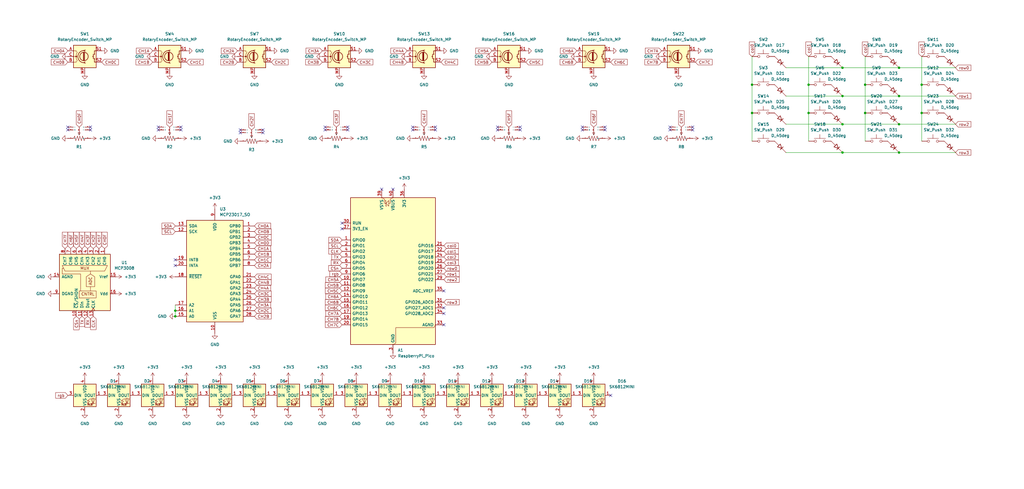
<source format=kicad_sch>
(kicad_sch (version 20250114) (generator "eeschema") (generator_version "9.0")
  (paper "User" 460 220)
  (junction (at 403.86 43.18))
  (junction (at 378.46 43.18))
  (junction (at 378.46 30.48))
  (junction (at 403.86 55.88))
  (junction (at 388.62 50.8))
  (junction (at 78.74 142.24))
  (junction (at 388.62 38.1))
  (junction (at 337.82 38.1))
  (junction (at 414.02 50.8))
  (junction (at 337.82 50.8))
  (junction (at 414.02 38.1))
  (junction (at 403.86 30.48))
  (junction (at 363.22 50.8))
  (junction (at 78.74 139.7))
  (junction (at 363.22 38.1))
  (junction (at 378.46 68.58))
  (junction (at 403.86 68.58))
  (junction (at 378.46 55.88))
  (no_connect (at 30.48 58.42))
  (no_connect (at 107.95 58.42))
  (no_connect (at 146.05 58.42))
  (no_connect (at 176.53 85.09))
  (no_connect (at 78.74 116.84))
  (no_connect (at 156.21 58.42))
  (no_connect (at 261.62 57.15))
  (no_connect (at 233.68 58.42))
  (no_connect (at 199.39 138.43))
  (no_connect (at 271.78 57.15))
  (no_connect (at 40.64 57.15))
  (no_connect (at 199.39 140.97))
  (no_connect (at 171.45 85.09))
  (no_connect (at 78.74 119.38))
  (no_connect (at 71.12 58.42))
  (no_connect (at 185.42 57.15))
  (no_connect (at 311.15 57.15))
  (no_connect (at 271.78 58.42))
  (no_connect (at 300.99 57.15))
  (no_connect (at 156.21 57.15))
  (no_connect (at 195.58 57.15))
  (no_connect (at 118.11 58.42))
  (no_connect (at 81.28 58.42))
  (no_connect (at 300.99 58.42))
  (no_connect (at 146.05 57.15))
  (no_connect (at 274.32 177.8))
  (no_connect (at 153.67 102.87))
  (no_connect (at 153.67 100.33))
  (no_connect (at 223.52 57.15))
  (no_connect (at 81.28 57.15))
  (no_connect (at 199.39 130.81))
  (no_connect (at 223.52 58.42))
  (no_connect (at 118.11 59.69))
  (no_connect (at 233.68 57.15))
  (no_connect (at 261.62 58.42))
  (no_connect (at 311.15 58.42))
  (no_connect (at 199.39 146.05))
  (no_connect (at 107.95 59.69))
  (no_connect (at 185.42 58.42))
  (no_connect (at 30.48 57.15))
  (no_connect (at 40.64 58.42))
  (no_connect (at 71.12 57.15))
  (no_connect (at 195.58 58.42))
  (wire (pts (xy 78.74 137.16) (xy 78.74 139.7)))
  (wire (pts (xy 403.86 30.48) (xy 429.26 30.48)))
  (wire (pts (xy 363.22 38.1) (xy 363.22 50.8)))
  (wire (pts (xy 403.86 55.88) (xy 429.26 55.88)))
  (wire (pts (xy 403.86 68.58) (xy 429.26 68.58)))
  (wire (pts (xy 414.02 38.1) (xy 414.02 50.8)))
  (wire (pts (xy 353.06 43.18) (xy 378.46 43.18)))
  (wire (pts (xy 363.22 25.4) (xy 363.22 38.1)))
  (wire (pts (xy 403.86 43.18) (xy 429.26 43.18)))
  (wire (pts (xy 378.46 55.88) (xy 403.86 55.88)))
  (wire (pts (xy 414.02 50.8) (xy 414.02 63.5)))
  (wire (pts (xy 337.82 38.1) (xy 337.82 50.8)))
  (wire (pts (xy 388.62 38.1) (xy 388.62 50.8)))
  (wire (pts (xy 353.06 68.58) (xy 378.46 68.58)))
  (wire (pts (xy 353.06 30.48) (xy 378.46 30.48)))
  (wire (pts (xy 378.46 68.58) (xy 403.86 68.58)))
  (wire (pts (xy 337.82 25.4) (xy 337.82 38.1)))
  (wire (pts (xy 78.74 139.7) (xy 78.74 142.24)))
  (wire (pts (xy 388.62 25.4) (xy 388.62 38.1)))
  (wire (pts (xy 378.46 30.48) (xy 403.86 30.48)))
  (wire (pts (xy 363.22 50.8) (xy 363.22 63.5)))
  (wire (pts (xy 378.46 43.18) (xy 403.86 43.18)))
  (wire (pts (xy 388.62 50.8) (xy 388.62 63.5)))
  (wire (pts (xy 353.06 55.88) (xy 378.46 55.88)))
  (wire (pts (xy 337.82 50.8) (xy 337.82 63.5)))
  (wire (pts (xy 414.02 25.4) (xy 414.02 38.1)))
  (global_label "CH3F" (shape input) (at 151.13 57.15 90) (property "Intersheetrefs" "${INTERSHEET_REFS}" (effects (hide yes))))
  (global_label "CH1A" (shape input) (at 114.3 111.76 0) (property "Intersheetrefs" "${INTERSHEET_REFS}" (effects (hide yes))))
  (global_label "CH1C" (shape input) (at 114.3 116.84 0) (property "Intersheetrefs" "${INTERSHEET_REFS}" (effects (hide yes))))
  (global_label "CH4A" (shape input) (at 114.3 129.54 0) (property "Intersheetrefs" "${INTERSHEET_REFS}" (effects (hide yes))))
  (global_label "CLK" (shape input) (at 41.91 142.24 270) (property "Intersheetrefs" "${INTERSHEET_REFS}" (effects (hide yes))))
  (global_label "CH2F" (shape input) (at 41.91 111.76 90) (property "Intersheetrefs" "${INTERSHEET_REFS}" (effects (hide yes))))
  (global_label "TX" (shape input) (at 153.67 115.57 180) (property "Intersheetrefs" "${INTERSHEET_REFS}" (effects (hide yes))))
  (global_label "CH3A" (shape input) (at 114.3 137.16 0) (property "Intersheetrefs" "${INTERSHEET_REFS}" (effects (hide yes))))
  (global_label "CH7A" (shape input) (at 297.18 22.86 180) (property "Intersheetrefs" "${INTERSHEET_REFS}" (effects (hide yes))))
  (global_label "col0" (shape input) (at 337.82 25.4 90) (property "Intersheetrefs" "${INTERSHEET_REFS}" (effects (hide yes))))
  (global_label "CH3B" (shape input) (at 114.3 134.62 0) (property "Intersheetrefs" "${INTERSHEET_REFS}" (effects (hide yes))))
  (global_label "CH0F" (shape input) (at 46.99 111.76 90) (property "Intersheetrefs" "${INTERSHEET_REFS}" (effects (hide yes))))
  (global_label "CH3F" (shape input) (at 39.37 111.76 90) (property "Intersheetrefs" "${INTERSHEET_REFS}" (effects (hide yes))))
  (global_label "CH2B" (shape input) (at 114.3 142.24 0) (property "Intersheetrefs" "${INTERSHEET_REFS}" (effects (hide yes))))
  (global_label "CH7B" (shape input) (at 297.18 27.94 180) (property "Intersheetrefs" "${INTERSHEET_REFS}" (effects (hide yes))))
  (global_label "CH6F" (shape input) (at 31.75 111.76 90) (property "Intersheetrefs" "${INTERSHEET_REFS}" (effects (hide yes))))
  (global_label "col2" (shape input) (at 388.62 25.4 90) (property "Intersheetrefs" "${INTERSHEET_REFS}" (effects (hide yes))))
  (global_label "CH4C" (shape input) (at 198.12 27.94 0) (property "Intersheetrefs" "${INTERSHEET_REFS}" (effects (hide yes))))
  (global_label "CSn" (shape input) (at 153.67 120.65 180) (property "Intersheetrefs" "${INTERSHEET_REFS}" (effects (hide yes))))
  (global_label "CH0A" (shape input) (at 114.3 101.6 0) (property "Intersheetrefs" "${INTERSHEET_REFS}" (effects (hide yes))))
  (global_label "CH0B" (shape input) (at 30.48 27.94 180) (property "Intersheetrefs" "${INTERSHEET_REFS}" (effects (hide yes))))
  (global_label "CH4F" (shape input) (at 36.83 111.76 90) (property "Intersheetrefs" "${INTERSHEET_REFS}" (effects (hide yes))))
  (global_label "CH4B" (shape input) (at 182.88 27.94 180) (property "Intersheetrefs" "${INTERSHEET_REFS}" (effects (hide yes))))
  (global_label "RX" (shape input) (at 39.37 142.24 270) (property "Intersheetrefs" "${INTERSHEET_REFS}" (effects (hide yes))))
  (global_label "row2" (shape input) (at 199.39 125.73 0) (property "Intersheetrefs" "${INTERSHEET_REFS}" (effects (hide yes))))
  (global_label "CH0C" (shape input) (at 114.3 106.68 0) (property "Intersheetrefs" "${INTERSHEET_REFS}" (effects (hide yes))))
  (global_label "CH7B" (shape input) (at 153.67 143.51 180) (property "Intersheetrefs" "${INTERSHEET_REFS}" (effects (hide yes))))
  (global_label "CH2C" (shape input) (at 121.92 27.94 0) (property "Intersheetrefs" "${INTERSHEET_REFS}" (effects (hide yes))))
  (global_label "CH3C" (shape input) (at 114.3 132.08 0) (property "Intersheetrefs" "${INTERSHEET_REFS}" (effects (hide yes))))
  (global_label "SCL" (shape input) (at 78.74 104.14 180) (property "Intersheetrefs" "${INTERSHEET_REFS}" (effects (hide yes))))
  (global_label "CH6B" (shape input) (at 259.08 27.94 180) (property "Intersheetrefs" "${INTERSHEET_REFS}" (effects (hide yes))))
  (global_label "CH1F" (shape input) (at 44.45 111.76 90) (property "Intersheetrefs" "${INTERSHEET_REFS}" (effects (hide yes))))
  (global_label "CH0D" (shape input) (at 114.3 109.22 0) (property "Intersheetrefs" "${INTERSHEET_REFS}" (effects (hide yes))))
  (global_label "CSn" (shape input) (at 34.29 142.24 270) (property "Intersheetrefs" "${INTERSHEET_REFS}" (effects (hide yes))))
  (global_label "CH2A" (shape input) (at 114.3 119.38 0) (property "Intersheetrefs" "${INTERSHEET_REFS}" (effects (hide yes))))
  (global_label "CH6C" (shape input) (at 274.32 27.94 0) (property "Intersheetrefs" "${INTERSHEET_REFS}" (effects (hide yes))))
  (global_label "CH1F" (shape input) (at 76.2 57.15 90) (property "Intersheetrefs" "${INTERSHEET_REFS}" (effects (hide yes))))
  (global_label "CH3A" (shape input) (at 144.78 22.86 180) (property "Intersheetrefs" "${INTERSHEET_REFS}" (effects (hide yes))))
  (global_label "CH6A" (shape input) (at 153.67 133.35 180) (property "Intersheetrefs" "${INTERSHEET_REFS}" (effects (hide yes))))
  (global_label "CH7C" (shape input) (at 153.67 146.05 180) (property "Intersheetrefs" "${INTERSHEET_REFS}" (effects (hide yes))))
  (global_label "CH2A" (shape input) (at 106.68 22.86 180) (property "Intersheetrefs" "${INTERSHEET_REFS}" (effects (hide yes))))
  (global_label "col0" (shape input) (at 199.39 110.49 0) (property "Intersheetrefs" "${INTERSHEET_REFS}" (effects (hide yes))))
  (global_label "CLK" (shape input) (at 153.67 113.03 180) (property "Intersheetrefs" "${INTERSHEET_REFS}" (effects (hide yes))))
  (global_label "CH0F" (shape input) (at 35.56 57.15 90) (property "Intersheetrefs" "${INTERSHEET_REFS}" (effects (hide yes))))
  (global_label "rgb" (shape input) (at 30.48 177.8 180) (property "Intersheetrefs" "${INTERSHEET_REFS}" (effects (hide yes))))
  (global_label "CH4C" (shape input) (at 114.3 124.46 0) (property "Intersheetrefs" "${INTERSHEET_REFS}" (effects (hide yes))))
  (global_label "col1" (shape input) (at 199.39 113.03 0) (property "Intersheetrefs" "${INTERSHEET_REFS}" (effects (hide yes))))
  (global_label "CH5B" (shape input) (at 220.98 27.94 180) (property "Intersheetrefs" "${INTERSHEET_REFS}" (effects (hide yes))))
  (global_label "CH2B" (shape input) (at 106.68 27.94 180) (property "Intersheetrefs" "${INTERSHEET_REFS}" (effects (hide yes))))
  (global_label "CH2C" (shape input) (at 114.3 139.7 0) (property "Intersheetrefs" "${INTERSHEET_REFS}" (effects (hide yes))))
  (global_label "CH5F" (shape input) (at 34.29 111.76 90) (property "Intersheetrefs" "${INTERSHEET_REFS}" (effects (hide yes))))
  (global_label "CH5C" (shape input) (at 236.22 27.94 0) (property "Intersheetrefs" "${INTERSHEET_REFS}" (effects (hide yes))))
  (global_label "RX" (shape input) (at 153.67 118.11 180) (property "Intersheetrefs" "${INTERSHEET_REFS}" (effects (hide yes))))
  (global_label "CH7F" (shape input) (at 306.07 57.15 90) (property "Intersheetrefs" "${INTERSHEET_REFS}" (effects (hide yes))))
  (global_label "CH5B" (shape input) (at 153.67 128.27 180) (property "Intersheetrefs" "${INTERSHEET_REFS}" (effects (hide yes))))
  (global_label "row3" (shape input) (at 199.39 135.89 0) (property "Intersheetrefs" "${INTERSHEET_REFS}" (effects (hide yes))))
  (global_label "SDA" (shape input) (at 153.67 107.95 180) (property "Intersheetrefs" "${INTERSHEET_REFS}" (effects (hide yes))))
  (global_label "CH3B" (shape input) (at 144.78 27.94 180) (property "Intersheetrefs" "${INTERSHEET_REFS}" (effects (hide yes))))
  (global_label "CH1A" (shape input) (at 68.58 22.86 180) (property "Intersheetrefs" "${INTERSHEET_REFS}" (effects (hide yes))))
  (global_label "CH6F" (shape input) (at 266.7 57.15 90) (property "Intersheetrefs" "${INTERSHEET_REFS}" (effects (hide yes))))
  (global_label "CH7A" (shape input) (at 153.67 140.97 180) (property "Intersheetrefs" "${INTERSHEET_REFS}" (effects (hide yes))))
  (global_label "CH5C" (shape input) (at 153.67 130.81 180) (property "Intersheetrefs" "${INTERSHEET_REFS}" (effects (hide yes))))
  (global_label "col3" (shape input) (at 414.02 25.4 90) (property "Intersheetrefs" "${INTERSHEET_REFS}" (effects (hide yes))))
  (global_label "col3" (shape input) (at 199.39 118.11 0) (property "Intersheetrefs" "${INTERSHEET_REFS}" (effects (hide yes))))
  (global_label "CH7F" (shape input) (at 29.21 111.76 90) (property "Intersheetrefs" "${INTERSHEET_REFS}" (effects (hide yes))))
  (global_label "CH1B" (shape input) (at 114.3 114.3 0) (property "Intersheetrefs" "${INTERSHEET_REFS}" (effects (hide yes))))
  (global_label "CH2F" (shape input) (at 113.03 58.42 90) (property "Intersheetrefs" "${INTERSHEET_REFS}" (effects (hide yes))))
  (global_label "CH7C" (shape input) (at 312.42 27.94 0) (property "Intersheetrefs" "${INTERSHEET_REFS}" (effects (hide yes))))
  (global_label "col1" (shape input) (at 363.22 25.4 90) (property "Intersheetrefs" "${INTERSHEET_REFS}" (effects (hide yes))))
  (global_label "col2" (shape input) (at 199.39 115.57 0) (property "Intersheetrefs" "${INTERSHEET_REFS}" (effects (hide yes))))
  (global_label "row0" (shape input) (at 429.26 30.48 0) (property "Intersheetrefs" "${INTERSHEET_REFS}" (effects (hide yes))))
  (global_label "CH5A" (shape input) (at 220.98 22.86 180) (property "Intersheetrefs" "${INTERSHEET_REFS}" (effects (hide yes))))
  (global_label "rgb" (shape input) (at 153.67 123.19 180) (property "Intersheetrefs" "${INTERSHEET_REFS}" (effects (hide yes))))
  (global_label "CH4B" (shape input) (at 114.3 127 0) (property "Intersheetrefs" "${INTERSHEET_REFS}" (effects (hide yes))))
  (global_label "SCL" (shape input) (at 153.67 110.49 180) (property "Intersheetrefs" "${INTERSHEET_REFS}" (effects (hide yes))))
  (global_label "CH0B" (shape input) (at 114.3 104.14 0) (property "Intersheetrefs" "${INTERSHEET_REFS}" (effects (hide yes))))
  (global_label "row3" (shape input) (at 429.26 68.58 0) (property "Intersheetrefs" "${INTERSHEET_REFS}" (effects (hide yes))))
  (global_label "CH0C" (shape input) (at 45.72 27.94 0) (property "Intersheetrefs" "${INTERSHEET_REFS}" (effects (hide yes))))
  (global_label "CH5F" (shape input) (at 228.6 57.15 90) (property "Intersheetrefs" "${INTERSHEET_REFS}" (effects (hide yes))))
  (global_label "CH6A" (shape input) (at 259.08 22.86 180) (property "Intersheetrefs" "${INTERSHEET_REFS}" (effects (hide yes))))
  (global_label "row1" (shape input) (at 199.39 123.19 0) (property "Intersheetrefs" "${INTERSHEET_REFS}" (effects (hide yes))))
  (global_label "CH6B" (shape input) (at 153.67 135.89 180) (property "Intersheetrefs" "${INTERSHEET_REFS}" (effects (hide yes))))
  (global_label "CH0A" (shape input) (at 30.48 22.86 180) (property "Intersheetrefs" "${INTERSHEET_REFS}" (effects (hide yes))))
  (global_label "CH4F" (shape input) (at 190.5 57.15 90) (property "Intersheetrefs" "${INTERSHEET_REFS}" (effects (hide yes))))
  (global_label "CH6C" (shape input) (at 153.67 138.43 180) (property "Intersheetrefs" "${INTERSHEET_REFS}" (effects (hide yes))))
  (global_label "TX" (shape input) (at 36.83 142.24 270) (property "Intersheetrefs" "${INTERSHEET_REFS}" (effects (hide yes))))
  (global_label "CH1B" (shape input) (at 68.58 27.94 180) (property "Intersheetrefs" "${INTERSHEET_REFS}" (effects (hide yes))))
  (global_label "CH3C" (shape input) (at 160.02 27.94 0) (property "Intersheetrefs" "${INTERSHEET_REFS}" (effects (hide yes))))
  (global_label "SDA" (shape input) (at 78.74 101.6 180) (property "Intersheetrefs" "${INTERSHEET_REFS}" (effects (hide yes))))
  (global_label "row1" (shape input) (at 429.26 43.18 0) (property "Intersheetrefs" "${INTERSHEET_REFS}" (effects (hide yes))))
  (global_label "CH5A" (shape input) (at 153.67 125.73 180) (property "Intersheetrefs" "${INTERSHEET_REFS}" (effects (hide yes))))
  (global_label "row2" (shape input) (at 429.26 55.88 0) (property "Intersheetrefs" "${INTERSHEET_REFS}" (effects (hide yes))))
  (global_label "row0" (shape input) (at 199.39 120.65 0) (property "Intersheetrefs" "${INTERSHEET_REFS}" (effects (hide yes))))
  (global_label "CH1C" (shape input) (at 83.82 27.94 0) (property "Intersheetrefs" "${INTERSHEET_REFS}" (effects (hide yes))))
  (global_label "CH4A" (shape input) (at 182.88 22.86 180) (property "Intersheetrefs" "${INTERSHEET_REFS}" (effects (hide yes))))
  (symbol (lib_id "power:GND") (at 182.88 25.4 270) (unit 1)
    (property "Reference" "#PWR029" (effects (hide yes)))
    (property "Value" "GND" (at 179.07 25.3999 90) (effects (justify right)))
    (property "Description" "Power symbol creates a global label with name \"GND\" , ground" (effects (hide yes)))
  )
  (symbol (lib_id "Device:D_45deg") (at 350.52 40.64 0) (unit 1)
    (property "Reference" "D21" (at 350.52 33.02 0))
    (property "Value" "D_45deg" (at 350.52 35.56 0))
    (property "Footprint" "Diode_SMD:D_0805_2012Metric_Pad1.15x1.40mm_HandSolder" (effects (hide yes)))
    (property "Description" "Diode, rotated by 45°" (effects (hide yes)))
    (property "Sim.Device" "D" (effects (hide yes)))
    (property "Sim.Pins" "1=K 2=A" (effects (hide yes)))
  )
  (symbol (lib_id "power:GND") (at 266.7 33.02 0) (unit 1)
    (property "Reference" "#PWR046" (effects (hide yes)))
    (property "Value" "GND" (at 266.7 38.1 0))
    (property "Description" "Power symbol creates a global label with name \"GND\" , ground" (effects (hide yes)))
  )
  (symbol (lib_id "LED:SK6812MINI") (at 266.7 177.8 0) (unit 1)
    (property "Reference" "D16" (at 279.4 171.3798 0))
    (property "Value" "SK6812MINI" (at 279.4 173.9198 0))
    (property "Footprint" "cheyao macropad main PCB-third_party_neopixel.petty:SK6812MINI-E" (effects (hide yes)))
    (property "Datasheet" "https://cdn-shop.adafruit.com/product-files/2686/SK6812MINI_REV.01-1-2.pdf" (effects (hide yes)))
    (property "Description" "RGB LED with integrated controller" (effects (hide yes)))
  )
  (symbol (lib_id "power:+3V3") (at 205.74 170.18 0) (unit 1)
    (property "Reference" "#PWR064" (effects (hide yes)))
    (property "Value" "+3V3" (at 205.74 165.1 0))
    (property "Description" "Power symbol creates a global label with name \"+3V3\"" (effects (hide yes)))
  )
  (symbol (lib_id "power:GND") (at 45.72 22.86 90) (unit 1)
    (property "Reference" "#PWR03" (effects (hide yes)))
    (property "Value" "GND" (at 49.53 22.8599 90) (effects (justify right)))
    (property "Description" "Power symbol creates a global label with name \"GND\" , ground" (effects (hide yes)))
  )
  (symbol (lib_id "power:GND") (at 146.05 62.23 270) (unit 1)
    (property "Reference" "#PWR026" (effects (hide yes)))
    (property "Value" "GND" (at 140.462 62.23 90))
    (property "Description" "Power symbol creates a global label with name \"GND\" , ground" (effects (hide yes)))
  )
  (symbol (lib_id "power:GND") (at 121.92 22.86 90) (unit 1)
    (property "Reference" "#PWR021" (effects (hide yes)))
    (property "Value" "GND" (at 125.73 22.8599 90) (effects (justify right)))
    (property "Description" "Power symbol creates a global label with name \"GND\" , ground" (effects (hide yes)))
  )
  (symbol (lib_id "power:GND") (at 38.1 185.42 0) (unit 1)
    (property "Reference" "#PWR065" (effects (hide yes)))
    (property "Value" "GND" (at 38.1 190.5 0))
    (property "Description" "Power symbol creates a global label with name \"GND\" , ground" (effects (hide yes)))
  )
  (symbol (lib_id "Device:D_45deg") (at 401.32 66.04 0) (unit 1)
    (property "Reference" "D31" (at 401.32 58.42 0))
    (property "Value" "D_45deg" (at 401.32 60.96 0))
    (property "Footprint" "Diode_SMD:D_0805_2012Metric_Pad1.15x1.40mm_HandSolder" (effects (hide yes)))
    (property "Description" "Diode, rotated by 45°" (effects (hide yes)))
    (property "Sim.Device" "D" (effects (hide yes)))
    (property "Sim.Pins" "1=K 2=A" (effects (hide yes)))
  )
  (symbol (lib_id "Switch:SW_Push") (at 368.3 38.1 0) (unit 1)
    (property "Reference" "SW6" (at 368.3 30.48 0))
    (property "Value" "SW_Push" (at 368.3 33.02 0))
    (property "Footprint" "Button_Switch_Keyboard:SW_Cherry_MX_1.00u_PCB" (effects (hide yes)))
    (property "Description" "Push button switch, generic, two pins" (effects (hide yes)))
  )
  (symbol (lib_id "Device:RotaryEncoder_Switch_MP") (at 228.6 25.4 0) (unit 1)
    (property "Reference" "SW16" (at 228.6 15.24 0))
    (property "Value" "RotaryEncoder_Switch_MP" (at 228.6 17.78 0))
    (property "Footprint" "Rotary_Encoder:RotaryEncoder_Alps_EC11E-Switch_Vertical_H20mm_MountingHoles" (effects (hide yes)))
    (property "Description" "Rotary encoder, dual channel, incremental quadrate outputs, with switch and MP Pin" (effects (hide yes)))
  )
  (symbol (lib_id "Device:D_45deg") (at 375.92 40.64 0) (unit 1)
    (property "Reference" "D22" (at 375.92 33.02 0))
    (property "Value" "D_45deg" (at 375.92 35.56 0))
    (property "Footprint" "Diode_SMD:D_0805_2012Metric_Pad1.15x1.40mm_HandSolder" (effects (hide yes)))
    (property "Description" "Diode, rotated by 45°" (effects (hide yes)))
    (property "Sim.Device" "D" (effects (hide yes)))
    (property "Sim.Pins" "1=K 2=A" (effects (hide yes)))
  )
  (symbol (lib_id "LED:SK6812MINI") (at 251.46 177.8 0) (unit 1)
    (property "Reference" "D15" (at 264.16 171.3798 0))
    (property "Value" "SK6812MINI" (at 264.16 173.9198 0))
    (property "Footprint" "cheyao macropad main PCB-third_party_neopixel.petty:SK6812MINI-E" (effects (hide yes)))
    (property "Datasheet" "https://cdn-shop.adafruit.com/product-files/2686/SK6812MINI_REV.01-1-2.pdf" (effects (hide yes)))
    (property "Description" "RGB LED with integrated controller" (effects (hide yes)))
  )
  (symbol (lib_id "power:GND") (at 106.68 25.4 270) (unit 1)
    (property "Reference" "#PWR015" (effects (hide yes)))
    (property "Value" "GND" (at 102.87 25.3999 90) (effects (justify right)))
    (property "Description" "Power symbol creates a global label with name \"GND\" , ground" (effects (hide yes)))
  )
  (symbol (lib_id "power:GND") (at 300.99 62.23 270) (unit 1)
    (property "Reference" "#PWR054" (effects (hide yes)))
    (property "Value" "GND" (at 295.402 62.23 90))
    (property "Description" "Power symbol creates a global label with name \"GND\" , ground" (effects (hide yes)))
  )
  (symbol (lib_id "power:GND") (at 24.13 124.46 270) (unit 1)
    (property "Reference" "#PWR059" (effects (hide yes)))
    (property "Value" "GND" (at 20.32 124.4599 90) (effects (justify right)))
    (property "Description" "Power symbol creates a global label with name \"GND\" , ground" (effects (hide yes)))
  )
  (symbol (lib_id "power:GND") (at 96.52 149.86 0) (unit 1)
    (property "Reference" "#PWR024" (effects (hide yes)))
    (property "Value" "GND" (at 96.52 154.94 0))
    (property "Description" "Power symbol creates a global label with name \"GND\" , ground" (effects (hide yes)))
  )
  (symbol (lib_id "Analog_ADC:MCP3008") (at 39.37 127 270) (unit 1)
    (property "Reference" "U1" (at 55.88 118.0398 90))
    (property "Value" "MCP3008" (at 55.88 120.5798 90))
    (property "Footprint" "Package_SO:SOIC-16_3.9x9.9mm_P1.27mm" (effects (hide yes)))
    (property "Datasheet" "http://ww1.microchip.com/downloads/en/DeviceDoc/21295d.pdf" (effects (hide yes)))
    (property "Description" "A/D Converter, 10-Bit, 8-Channel, SPI Interface , 2.7V-5.5V" (effects (hide yes)))
  )
  (symbol (lib_id "Device:D_45deg") (at 375.92 66.04 0) (unit 1)
    (property "Reference" "D30" (at 375.92 58.42 0))
    (property "Value" "D_45deg" (at 375.92 60.96 0))
    (property "Footprint" "Diode_SMD:D_0805_2012Metric_Pad1.15x1.40mm_HandSolder" (effects (hide yes)))
    (property "Description" "Diode, rotated by 45°" (effects (hide yes)))
    (property "Sim.Device" "D" (effects (hide yes)))
    (property "Sim.Pins" "1=K 2=A" (effects (hide yes)))
  )
  (symbol (lib_id "SlidePOT:PTA4543-2015DPB103") (at 266.7 59.69 0) (unit 1)
    (property "Reference" "R7" (at 266.7 66.04 0))
    (property "Footprint" "SlidePOT:RES-ADJ_PTA4543-2015CPB102" (effects (hide yes)))
    (property "Supplier Part" "C17444183" (effects (hide yes)))
  )
  (symbol (lib_id "power:GND") (at 53.34 185.42 0) (unit 1)
    (property "Reference" "#PWR066" (effects (hide yes)))
    (property "Value" "GND" (at 53.34 190.5 0))
    (property "Description" "Power symbol creates a global label with name \"GND\" , ground" (effects (hide yes)))
  )
  (symbol (lib_id "Switch:SW_Push") (at 419.1 38.1 0) (unit 1)
    (property "Reference" "SW12" (at 419.1 30.48 0))
    (property "Value" "SW_Push" (at 419.1 33.02 0))
    (property "Footprint" "Button_Switch_Keyboard:SW_Cherry_MX_1.00u_PCB" (effects (hide yes)))
    (property "Description" "Push button switch, generic, two pins" (effects (hide yes)))
  )
  (symbol (lib_id "Switch:SW_Push") (at 393.7 50.8 0) (unit 1)
    (property "Reference" "SW20" (at 393.7 43.18 0))
    (property "Value" "SW_Push" (at 393.7 45.72 0))
    (property "Footprint" "Button_Switch_Keyboard:SW_Cherry_MX_1.00u_PCB" (effects (hide yes)))
    (property "Description" "Push button switch, generic, two pins" (effects (hide yes)))
  )
  (symbol (lib_id "LED:SK6812MINI") (at 68.58 177.8 0) (unit 1)
    (property "Reference" "D3" (at 81.28 171.3798 0))
    (property "Value" "SK6812MINI" (at 81.28 173.9198 0))
    (property "Footprint" "cheyao macropad main PCB-third_party_neopixel.petty:SK6812MINI-E" (effects (hide yes)))
    (property "Datasheet" "https://cdn-shop.adafruit.com/product-files/2686/SK6812MINI_REV.01-1-2.pdf" (effects (hide yes)))
    (property "Description" "RGB LED with integrated controller" (effects (hide yes)))
  )
  (symbol (lib_id "power:GND") (at 83.82 22.86 90) (unit 1)
    (property "Reference" "#PWR014" (effects (hide yes)))
    (property "Value" "GND" (at 87.63 22.8599 90) (effects (justify right)))
    (property "Description" "Power symbol creates a global label with name \"GND\" , ground" (effects (hide yes)))
  )
  (symbol (lib_id "Switch:SW_Push") (at 368.3 25.4 0) (unit 1)
    (property "Reference" "SW5" (at 368.3 17.78 0))
    (property "Value" "SW_Push" (at 368.3 20.32 0))
    (property "Footprint" "Button_Switch_Keyboard:SW_Cherry_MX_1.00u_PCB" (effects (hide yes)))
    (property "Description" "Push button switch, generic, two pins" (effects (hide yes)))
  )
  (symbol (lib_id "power:GND") (at 160.02 22.86 90) (unit 1)
    (property "Reference" "#PWR028" (effects (hide yes)))
    (property "Value" "GND" (at 163.83 22.8599 90) (effects (justify right)))
    (property "Description" "Power symbol creates a global label with name \"GND\" , ground" (effects (hide yes)))
  )
  (symbol (lib_id "Switch:SW_Push") (at 393.7 38.1 0) (unit 1)
    (property "Reference" "SW9" (at 393.7 30.48 0))
    (property "Value" "SW_Push" (at 393.7 33.02 0))
    (property "Footprint" "Button_Switch_Keyboard:SW_Cherry_MX_1.00u_PCB" (effects (hide yes)))
    (property "Description" "Push button switch, generic, two pins" (effects (hide yes)))
  )
  (symbol (lib_id "LED:SK6812MINI") (at 190.5 177.8 0) (unit 1)
    (property "Reference" "D11" (at 203.2 171.3798 0))
    (property "Value" "SK6812MINI" (at 203.2 173.9198 0))
    (property "Footprint" "cheyao macropad main PCB-third_party_neopixel.petty:SK6812MINI-E" (effects (hide yes)))
    (property "Datasheet" "https://cdn-shop.adafruit.com/product-files/2686/SK6812MINI_REV.01-1-2.pdf" (effects (hide yes)))
    (property "Description" "RGB LED with integrated controller" (effects (hide yes)))
  )
  (symbol (lib_id "power:GND") (at 24.13 132.08 270) (unit 1)
    (property "Reference" "#PWR060" (effects (hide yes)))
    (property "Value" "GND" (at 20.32 132.0799 90) (effects (justify right)))
    (property "Description" "Power symbol creates a global label with name \"GND\" , ground" (effects (hide yes)))
  )
  (symbol (lib_id "LED:SK6812MINI") (at 236.22 177.8 0) (unit 1)
    (property "Reference" "D14" (at 248.92 171.3798 0))
    (property "Value" "SK6812MINI" (at 248.92 173.9198 0))
    (property "Footprint" "cheyao macropad main PCB-third_party_neopixel.petty:SK6812MINI-E" (effects (hide yes)))
    (property "Datasheet" "https://cdn-shop.adafruit.com/product-files/2686/SK6812MINI_REV.01-1-2.pdf" (effects (hide yes)))
    (property "Description" "RGB LED with integrated controller" (effects (hide yes)))
  )
  (symbol (lib_id "power:GND") (at 185.42 62.23 270) (unit 1)
    (property "Reference" "#PWR033" (effects (hide yes)))
    (property "Value" "GND" (at 179.832 62.23 90))
    (property "Description" "Power symbol creates a global label with name \"GND\" , ground" (effects (hide yes)))
  )
  (symbol (lib_id "Switch:SW_Push") (at 342.9 25.4 0) (unit 1)
    (property "Reference" "SW2" (at 342.9 17.78 0))
    (property "Value" "SW_Push" (at 342.9 20.32 0))
    (property "Footprint" "Button_Switch_Keyboard:SW_Cherry_MX_1.00u_PCB" (effects (hide yes)))
    (property "Description" "Push button switch, generic, two pins" (effects (hide yes)))
  )
  (symbol (lib_id "power:+3V3") (at 99.06 170.18 0) (unit 1)
    (property "Reference" "#PWR031" (effects (hide yes)))
    (property "Value" "+3V3" (at 99.06 165.1 0))
    (property "Description" "Power symbol creates a global label with name \"+3V3\"" (effects (hide yes)))
  )
  (symbol (lib_id "power:GND") (at 144.78 25.4 270) (unit 1)
    (property "Reference" "#PWR022" (effects (hide yes)))
    (property "Value" "GND" (at 140.97 25.3999 90) (effects (justify right)))
    (property "Description" "Power symbol creates a global label with name \"GND\" , ground" (effects (hide yes)))
  )
  (symbol (lib_id "power:+3V3") (at 38.1 170.18 0) (unit 1)
    (property "Reference" "#PWR09" (effects (hide yes)))
    (property "Value" "+3V3" (at 38.1 165.1 0))
    (property "Description" "Power symbol creates a global label with name \"+3V3\"" (effects (hide yes)))
  )
  (symbol (lib_id "power:GND") (at 274.32 22.86 90) (unit 1)
    (property "Reference" "#PWR049" (effects (hide yes)))
    (property "Value" "GND" (at 278.13 22.8599 90) (effects (justify right)))
    (property "Description" "Power symbol creates a global label with name \"GND\" , ground" (effects (hide yes)))
  )
  (symbol (lib_id "power:GND") (at 175.26 185.42 0) (unit 1)
    (property "Reference" "#PWR080" (effects (hide yes)))
    (property "Value" "GND" (at 175.26 190.5 0))
    (property "Description" "Power symbol creates a global label with name \"GND\" , ground" (effects (hide yes)))
  )
  (symbol (lib_id "power:GND") (at 114.3 185.42 0) (unit 1)
    (property "Reference" "#PWR072" (effects (hide yes)))
    (property "Value" "GND" (at 114.3 190.5 0))
    (property "Description" "Power symbol creates a global label with name \"GND\" , ground" (effects (hide yes)))
  )
  (symbol (lib_id "Switch:SW_Push") (at 393.7 63.5 0) (unit 1)
    (property "Reference" "SW21" (at 393.7 55.88 0))
    (property "Value" "SW_Push" (at 393.7 58.42 0))
    (property "Footprint" "Button_Switch_Keyboard:SW_Cherry_MX_1.00u_PCB" (effects (hide yes)))
    (property "Description" "Push button switch, generic, two pins" (effects (hide yes)))
  )
  (symbol (lib_id "power:+3V3") (at 81.28 62.23 270) (unit 1)
    (property "Reference" "#PWR013" (effects (hide yes)))
    (property "Value" "+3V3" (at 85.09 62.2299 90) (effects (justify left)))
    (property "Description" "Power symbol creates a global label with name \"+3V3\"" (effects (hide yes)))
  )
  (symbol (lib_id "Switch:SW_Push") (at 419.1 25.4 0) (unit 1)
    (property "Reference" "SW11" (at 419.1 17.78 0))
    (property "Value" "SW_Push" (at 419.1 20.32 0))
    (property "Footprint" "Button_Switch_Keyboard:SW_Cherry_MX_1.00u_PCB" (effects (hide yes)))
    (property "Description" "Push button switch, generic, two pins" (effects (hide yes)))
  )
  (symbol (lib_id "power:GND") (at 176.53 158.75 0) (unit 1)
    (property "Reference" "#PWR016" (effects (hide yes)))
    (property "Value" "GND" (effects (hide yes)))
    (property "Description" "Power symbol creates a global label with name \"GND\" , ground" (effects (hide yes)))
  )
  (symbol (lib_id "Device:RotaryEncoder_Switch_MP") (at 76.2 25.4 0) (unit 1)
    (property "Reference" "SW4" (at 76.2 15.24 0))
    (property "Value" "RotaryEncoder_Switch_MP" (at 76.2 17.78 0))
    (property "Footprint" "Rotary_Encoder:RotaryEncoder_Alps_EC11E-Switch_Vertical_H20mm_MountingHoles" (effects (hide yes)))
    (property "Description" "Rotary encoder, dual channel, incremental quadrate outputs, with switch and MP Pin" (effects (hide yes)))
  )
  (symbol (lib_id "power:+3V3") (at 53.34 170.18 0) (unit 1)
    (property "Reference" "#PWR010" (effects (hide yes)))
    (property "Value" "+3V3" (at 53.34 165.1 0))
    (property "Description" "Power symbol creates a global label with name \"+3V3\"" (effects (hide yes)))
  )
  (symbol (lib_id "power:+3V3") (at 236.22 170.18 0) (unit 1)
    (property "Reference" "#PWR071" (effects (hide yes)))
    (property "Value" "+3V3" (at 236.22 165.1 0))
    (property "Description" "Power symbol creates a global label with name \"+3V3\"" (effects (hide yes)))
  )
  (symbol (lib_id "LED:SK6812MINI") (at 114.3 177.8 0) (unit 1)
    (property "Reference" "D6" (at 127 171.3798 0))
    (property "Value" "SK6812MINI" (at 127 173.9198 0))
    (property "Footprint" "cheyao macropad main PCB-third_party_neopixel.petty:SK6812MINI-E" (effects (hide yes)))
    (property "Datasheet" "https://cdn-shop.adafruit.com/product-files/2686/SK6812MINI_REV.01-1-2.pdf" (effects (hide yes)))
    (property "Description" "RGB LED with integrated controller" (effects (hide yes)))
  )
  (symbol (lib_id "LED:SK6812MINI") (at 205.74 177.8 0) (unit 1)
    (property "Reference" "D12" (at 218.44 171.3798 0))
    (property "Value" "SK6812MINI" (at 218.44 173.9198 0))
    (property "Footprint" "cheyao macropad main PCB-third_party_neopixel.petty:SK6812MINI-E" (effects (hide yes)))
    (property "Datasheet" "https://cdn-shop.adafruit.com/product-files/2686/SK6812MINI_REV.01-1-2.pdf" (effects (hide yes)))
    (property "Description" "RGB LED with integrated controller" (effects (hide yes)))
  )
  (symbol (lib_id "power:GND") (at 83.82 185.42 0) (unit 1)
    (property "Reference" "#PWR068" (effects (hide yes)))
    (property "Value" "GND" (at 83.82 190.5 0))
    (property "Description" "Power symbol creates a global label with name \"GND\" , ground" (effects (hide yes)))
  )
  (symbol (lib_id "MCU_Module:RaspberryPi_Pico") (at 176.53 123.19 0) (unit 1)
    (property "Reference" "A1" (at 178.6733 157.48 0) (effects (justify left)))
    (property "Value" "RaspberryPi_Pico" (at 178.6733 160.02 0) (effects (justify left)))
    (property "Footprint" "Module:RaspberryPi_Pico_Common_Unspecified" (effects (hide yes)))
    (property "Datasheet" "https://datasheets.raspberrypi.com/pico/pico-datasheet.pdf" (effects (hide yes)))
    (property "Description" "Versatile and inexpensive microcontroller module powered by RP2040 dual-core Arm Cortex-M0+ processor up to 133 MHz, 264kB SRAM, 2MB QSPI flash; also supports Raspberry Pi Pico 2" (effects (hide yes)))
  )
  (symbol (lib_id "power:+3V3") (at 251.46 170.18 0) (unit 1)
    (property "Reference" "#PWR073" (effects (hide yes)))
    (property "Value" "+3V3" (at 251.46 165.1 0))
    (property "Description" "Power symbol creates a global label with name \"+3V3\"" (effects (hide yes)))
  )
  (symbol (lib_id "Switch:SW_Push") (at 342.9 63.5 0) (unit 1)
    (property "Reference" "SW15" (at 342.9 55.88 0))
    (property "Value" "SW_Push" (at 342.9 58.42 0))
    (property "Footprint" "Button_Switch_Keyboard:SW_Cherry_MX_1.00u_PCB" (effects (hide yes)))
    (property "Description" "Push button switch, generic, two pins" (effects (hide yes)))
  )
  (symbol (lib_id "power:GND") (at 78.74 142.24 270) (unit 1)
    (property "Reference" "#PWR023" (effects (hide yes)))
    (property "Value" "GND" (at 74.93 142.2399 90) (effects (justify right)))
    (property "Description" "Power symbol creates a global label with name \"GND\" , ground" (effects (hide yes)))
  )
  (symbol (lib_id "power:GND") (at 68.58 185.42 0) (unit 1)
    (property "Reference" "#PWR067" (effects (hide yes)))
    (property "Value" "GND" (at 68.58 190.5 0))
    (property "Description" "Power symbol creates a global label with name \"GND\" , ground" (effects (hide yes)))
  )
  (symbol (lib_id "power:+3V3") (at 220.98 170.18 0) (unit 1)
    (property "Reference" "#PWR069" (effects (hide yes)))
    (property "Value" "+3V3" (at 220.98 165.1 0))
    (property "Description" "Power symbol creates a global label with name \"+3V3\"" (effects (hide yes)))
  )
  (symbol (lib_id "LED:SK6812MINI") (at 160.02 177.8 0) (unit 1)
    (property "Reference" "D9" (at 172.72 171.3798 0))
    (property "Value" "SK6812MINI" (at 172.72 173.9198 0))
    (property "Footprint" "cheyao macropad main PCB-third_party_neopixel.petty:SK6812MINI-E" (effects (hide yes)))
    (property "Datasheet" "https://cdn-shop.adafruit.com/product-files/2686/SK6812MINI_REV.01-1-2.pdf" (effects (hide yes)))
    (property "Description" "RGB LED with integrated controller" (effects (hide yes)))
  )
  (symbol (lib_id "Switch:SW_Push") (at 419.1 50.8 0) (unit 1)
    (property "Reference" "SW23" (at 419.1 43.18 0))
    (property "Value" "SW_Push" (at 419.1 45.72 0))
    (property "Footprint" "Button_Switch_Keyboard:SW_Cherry_MX_1.00u_PCB" (effects (hide yes)))
    (property "Description" "Push button switch, generic, two pins" (effects (hide yes)))
  )
  (symbol (lib_id "power:GND") (at 30.48 62.23 270) (unit 1)
    (property "Reference" "#PWR07" (effects (hide yes)))
    (property "Value" "GND" (at 24.892 62.23 90))
    (property "Description" "Power symbol creates a global label with name \"GND\" , ground" (effects (hide yes)))
  )
  (symbol (lib_id "LED:SK6812MINI") (at 129.54 177.8 0) (unit 1)
    (property "Reference" "D7" (at 142.24 171.3798 0))
    (property "Value" "SK6812MINI" (at 142.24 173.9198 0))
    (property "Footprint" "cheyao macropad main PCB-third_party_neopixel.petty:SK6812MINI-E" (effects (hide yes)))
    (property "Datasheet" "https://cdn-shop.adafruit.com/product-files/2686/SK6812MINI_REV.01-1-2.pdf" (effects (hide yes)))
    (property "Description" "RGB LED with integrated controller" (effects (hide yes)))
  )
  (symbol (lib_id "power:GND") (at 68.58 25.4 270) (unit 1)
    (property "Reference" "#PWR08" (effects (hide yes)))
    (property "Value" "GND" (at 64.77 25.3999 90) (effects (justify right)))
    (property "Description" "Power symbol creates a global label with name \"GND\" , ground" (effects (hide yes)))
  )
  (symbol (lib_id "power:GND") (at 259.08 25.4 270) (unit 1)
    (property "Reference" "#PWR043" (effects (hide yes)))
    (property "Value" "GND" (at 255.27 25.3999 90) (effects (justify right)))
    (property "Description" "Power symbol creates a global label with name \"GND\" , ground" (effects (hide yes)))
  )
  (symbol (lib_id "power:+3V3") (at 129.54 170.18 0) (unit 1)
    (property "Reference" "#PWR051" (effects (hide yes)))
    (property "Value" "+3V3" (at 129.54 165.1 0))
    (property "Description" "Power symbol creates a global label with name \"+3V3\"" (effects (hide yes)))
  )
  (symbol (lib_id "power:GND") (at 312.42 22.86 90) (unit 1)
    (property "Reference" "#PWR056" (effects (hide yes)))
    (property "Value" "GND" (at 316.23 22.8599 90) (effects (justify right)))
    (property "Description" "Power symbol creates a global label with name \"GND\" , ground" (effects (hide yes)))
  )
  (symbol (lib_id "Device:RotaryEncoder_Switch_MP") (at 38.1 25.4 0) (unit 1)
    (property "Reference" "SW1" (at 38.1 15.24 0))
    (property "Value" "RotaryEncoder_Switch_MP" (at 38.1 17.78 0))
    (property "Footprint" "Rotary_Encoder:RotaryEncoder_Alps_EC11E-Switch_Vertical_H20mm_MountingHoles" (effects (hide yes)))
    (property "Description" "Rotary encoder, dual channel, incremental quadrate outputs, with switch and MP Pin" (effects (hide yes)))
  )
  (symbol (lib_id "SlidePOT:PTA4543-2015DPB103") (at 190.5 59.69 0) (unit 1)
    (property "Reference" "R5" (at 190.5 66.04 0))
    (property "Footprint" "SlidePOT:RES-ADJ_PTA4543-2015CPB102" (effects (hide yes)))
    (property "Supplier Part" "C17444183" (effects (hide yes)))
  )
  (symbol (lib_id "Device:D_45deg") (at 426.72 66.04 0) (unit 1)
    (property "Reference" "D32" (at 426.72 58.42 0))
    (property "Value" "D_45deg" (at 426.72 60.96 0))
    (property "Footprint" "Diode_SMD:D_0805_2012Metric_Pad1.15x1.40mm_HandSolder" (effects (hide yes)))
    (property "Description" "Diode, rotated by 45°" (effects (hide yes)))
    (property "Sim.Device" "D" (effects (hide yes)))
    (property "Sim.Pins" "1=K 2=A" (effects (hide yes)))
  )
  (symbol (lib_id "Device:D_45deg") (at 350.52 66.04 0) (unit 1)
    (property "Reference" "D29" (at 350.52 58.42 0))
    (property "Value" "D_45deg" (at 350.52 60.96 0))
    (property "Footprint" "Diode_SMD:D_0805_2012Metric_Pad1.15x1.40mm_HandSolder" (effects (hide yes)))
    (property "Description" "Diode, rotated by 45°" (effects (hide yes)))
    (property "Sim.Device" "D" (effects (hide yes)))
    (property "Sim.Pins" "1=K 2=A" (effects (hide yes)))
  )
  (symbol (lib_id "Device:D_45deg") (at 426.72 40.64 0) (unit 1)
    (property "Reference" "D24" (at 426.72 33.02 0))
    (property "Value" "D_45deg" (at 426.72 35.56 0))
    (property "Footprint" "Diode_SMD:D_0805_2012Metric_Pad1.15x1.40mm_HandSolder" (effects (hide yes)))
    (property "Description" "Diode, rotated by 45°" (effects (hide yes)))
    (property "Sim.Device" "D" (effects (hide yes)))
    (property "Sim.Pins" "1=K 2=A" (effects (hide yes)))
  )
  (symbol (lib_id "Device:RotaryEncoder_Switch_MP") (at 114.3 25.4 0) (unit 1)
    (property "Reference" "SW7" (at 114.3 15.24 0))
    (property "Value" "RotaryEncoder_Switch_MP" (at 114.3 17.78 0))
    (property "Footprint" "Rotary_Encoder:RotaryEncoder_Alps_EC11E-Switch_Vertical_H20mm_MountingHoles" (effects (hide yes)))
    (property "Description" "Rotary encoder, dual channel, incremental quadrate outputs, with switch and MP Pin" (effects (hide yes)))
  )
  (symbol (lib_id "power:GND") (at 304.8 33.02 0) (unit 1)
    (property "Reference" "#PWR053" (effects (hide yes)))
    (property "Value" "GND" (at 304.8 38.1 0))
    (property "Description" "Power symbol creates a global label with name \"GND\" , ground" (effects (hide yes)))
  )
  (symbol (lib_id "power:GND") (at 223.52 62.23 270) (unit 1)
    (property "Reference" "#PWR040" (effects (hide yes)))
    (property "Value" "GND" (at 217.932 62.23 90))
    (property "Description" "Power symbol creates a global label with name \"GND\" , ground" (effects (hide yes)))
  )
  (symbol (lib_id "power:GND") (at 220.98 185.42 0) (unit 1)
    (property "Reference" "#PWR086" (effects (hide yes)))
    (property "Value" "GND" (at 220.98 190.5 0))
    (property "Description" "Power symbol creates a global label with name \"GND\" , ground" (effects (hide yes)))
  )
  (symbol (lib_id "Device:D_45deg") (at 375.92 27.94 0) (unit 1)
    (property "Reference" "D18" (at 375.92 20.32 0))
    (property "Value" "D_45deg" (at 375.92 22.86 0))
    (property "Footprint" "Diode_SMD:D_0805_2012Metric_Pad1.15x1.40mm_HandSolder" (effects (hide yes)))
    (property "Description" "Diode, rotated by 45°" (effects (hide yes)))
    (property "Sim.Device" "D" (effects (hide yes)))
    (property "Sim.Pins" "1=K 2=A" (effects (hide yes)))
  )
  (symbol (lib_id "power:+3V3") (at 83.82 170.18 0) (unit 1)
    (property "Reference" "#PWR030" (effects (hide yes)))
    (property "Value" "+3V3" (at 83.82 165.1 0))
    (property "Description" "Power symbol creates a global label with name \"+3V3\"" (effects (hide yes)))
  )
  (symbol (lib_id "SlidePOT:PTA4543-2015DPB103") (at 306.07 59.69 0) (unit 1)
    (property "Reference" "R8" (at 306.07 66.04 0))
    (property "Footprint" "SlidePOT:RES-ADJ_PTA4543-2015CPB102" (effects (hide yes)))
    (property "Supplier Part" "C17444183" (effects (hide yes)))
  )
  (symbol (lib_id "power:+3V3") (at 52.07 132.08 270) (unit 1)
    (property "Reference" "#PWR058" (effects (hide yes)))
    (property "Value" "+3V3" (at 55.88 132.0799 90) (effects (justify left)))
    (property "Description" "Power symbol creates a global label with name \"+3V3\"" (effects (hide yes)))
  )
  (symbol (lib_id "power:GND") (at 144.78 185.42 0) (unit 1)
    (property "Reference" "#PWR076" (effects (hide yes)))
    (property "Value" "GND" (at 144.78 190.5 0))
    (property "Description" "Power symbol creates a global label with name \"GND\" , ground" (effects (hide yes)))
  )
  (symbol (lib_id "power:GND") (at 160.02 185.42 0) (unit 1)
    (property "Reference" "#PWR078" (effects (hide yes)))
    (property "Value" "GND" (at 160.02 190.5 0))
    (property "Description" "Power symbol creates a global label with name \"GND\" , ground" (effects (hide yes)))
  )
  (symbol (lib_id "power:GND") (at 205.74 185.42 0) (unit 1)
    (property "Reference" "#PWR084" (effects (hide yes)))
    (property "Value" "GND" (at 205.74 190.5 0))
    (property "Description" "Power symbol creates a global label with name \"GND\" , ground" (effects (hide yes)))
  )
  (symbol (lib_id "power:GND") (at 261.62 62.23 270) (unit 1)
    (property "Reference" "#PWR047" (effects (hide yes)))
    (property "Value" "GND" (at 256.032 62.23 90))
    (property "Description" "Power symbol creates a global label with name \"GND\" , ground" (effects (hide yes)))
  )
  (symbol (lib_id "power:+3V3") (at 68.58 170.18 0) (unit 1)
    (property "Reference" "#PWR017" (effects (hide yes)))
    (property "Value" "+3V3" (at 68.58 165.1 0))
    (property "Description" "Power symbol creates a global label with name \"+3V3\"" (effects (hide yes)))
  )
  (symbol (lib_id "Device:D_45deg") (at 426.72 53.34 0) (unit 1)
    (property "Reference" "D28" (at 426.72 45.72 0))
    (property "Value" "D_45deg" (at 426.72 48.26 0))
    (property "Footprint" "Diode_SMD:D_0805_2012Metric_Pad1.15x1.40mm_HandSolder" (effects (hide yes)))
    (property "Description" "Diode, rotated by 45°" (effects (hide yes)))
    (property "Sim.Device" "D" (effects (hide yes)))
    (property "Sim.Pins" "1=K 2=A" (effects (hide yes)))
  )
  (symbol (lib_id "Device:RotaryEncoder_Switch_MP") (at 152.4 25.4 0) (unit 1)
    (property "Reference" "SW10" (at 152.4 15.24 0))
    (property "Value" "RotaryEncoder_Switch_MP" (at 152.4 17.78 0))
    (property "Footprint" "Rotary_Encoder:RotaryEncoder_Alps_EC11E-Switch_Vertical_H20mm_MountingHoles" (effects (hide yes)))
    (property "Description" "Rotary encoder, dual channel, incremental quadrate outputs, with switch and MP Pin" (effects (hide yes)))
  )
  (symbol (lib_id "Device:D_45deg") (at 401.32 27.94 0) (unit 1)
    (property "Reference" "D19" (at 401.32 20.32 0))
    (property "Value" "D_45deg" (at 401.32 22.86 0))
    (property "Footprint" "Diode_SMD:D_0805_2012Metric_Pad1.15x1.40mm_HandSolder" (effects (hide yes)))
    (property "Description" "Diode, rotated by 45°" (effects (hide yes)))
    (property "Sim.Device" "D" (effects (hide yes)))
    (property "Sim.Pins" "1=K 2=A" (effects (hide yes)))
  )
  (symbol (lib_id "Interface_Expansion:MCP23017_SO") (at 96.52 121.92 0) (unit 1)
    (property "Reference" "U3" (at 98.6633 93.98 0) (effects (justify left)))
    (property "Value" "MCP23017_SO" (at 98.6633 96.52 0) (effects (justify left)))
    (property "Footprint" "Package_SO:SOIC-28W_7.5x17.9mm_P1.27mm" (effects (hide yes)))
    (property "Datasheet" "https://ww1.microchip.com/downloads/aemDocuments/documents/APID/ProductDocuments/DataSheets/MCP23017-Data-Sheet-DS20001952.pdf" (effects (hide yes)))
    (property "Description" "16-bit I/O expander, I2C, interrupts, w pull-ups, GPA/B7 output only (https://microchip.my.site.com/s/article/GPA7---GPB7-Cannot-Be-Used-as-Inputs-In-MCP23017),  SOIC-28" (effects (hide yes)))
  )
  (symbol (lib_id "Switch:SW_Push") (at 419.1 63.5 0) (unit 1)
    (property "Reference" "SW24" (at 419.1 55.88 0))
    (property "Value" "SW_Push" (at 419.1 58.42 0))
    (property "Footprint" "Button_Switch_Keyboard:SW_Cherry_MX_1.00u_PCB" (effects (hide yes)))
    (property "Description" "Push button switch, generic, two pins" (effects (hide yes)))
  )
  (symbol (lib_id "Device:D_45deg") (at 401.32 53.34 0) (unit 1)
    (property "Reference" "D27" (at 401.32 45.72 0))
    (property "Value" "D_45deg" (at 401.32 48.26 0))
    (property "Footprint" "Diode_SMD:D_0805_2012Metric_Pad1.15x1.40mm_HandSolder" (effects (hide yes)))
    (property "Description" "Diode, rotated by 45°" (effects (hide yes)))
    (property "Sim.Device" "D" (effects (hide yes)))
    (property "Sim.Pins" "1=K 2=A" (effects (hide yes)))
  )
  (symbol (lib_id "power:+3V3") (at 233.68 62.23 270) (unit 1)
    (property "Reference" "#PWR041" (effects (hide yes)))
    (property "Value" "+3V3" (at 237.49 62.2299 90) (effects (justify left)))
    (property "Description" "Power symbol creates a global label with name \"+3V3\"" (effects (hide yes)))
  )
  (symbol (lib_id "power:GND") (at 190.5 185.42 0) (unit 1)
    (property "Reference" "#PWR082" (effects (hide yes)))
    (property "Value" "GND" (at 190.5 190.5 0))
    (property "Description" "Power symbol creates a global label with name \"GND\" , ground" (effects (hide yes)))
  )
  (symbol (lib_id "power:GND") (at 107.95 63.5 270) (unit 1)
    (property "Reference" "#PWR019" (effects (hide yes)))
    (property "Value" "GND" (at 102.362 63.5 90))
    (property "Description" "Power symbol creates a global label with name \"GND\" , ground" (effects (hide yes)))
  )
  (symbol (lib_id "Device:RotaryEncoder_Switch_MP") (at 190.5 25.4 0) (unit 1)
    (property "Reference" "SW13" (at 190.5 15.24 0))
    (property "Value" "RotaryEncoder_Switch_MP" (at 190.5 17.78 0))
    (property "Footprint" "Rotary_Encoder:RotaryEncoder_Alps_EC11E-Switch_Vertical_H20mm_MountingHoles" (effects (hide yes)))
    (property "Description" "Rotary encoder, dual channel, incremental quadrate outputs, with switch and MP Pin" (effects (hide yes)))
  )
  (symbol (lib_id "Device:D_45deg") (at 426.72 27.94 0) (unit 1)
    (property "Reference" "D20" (at 426.72 20.32 0))
    (property "Value" "D_45deg" (at 426.72 22.86 0))
    (property "Footprint" "Diode_SMD:D_0805_2012Metric_Pad1.15x1.40mm_HandSolder" (effects (hide yes)))
    (property "Description" "Diode, rotated by 45°" (effects (hide yes)))
    (property "Sim.Device" "D" (effects (hide yes)))
    (property "Sim.Pins" "1=K 2=A" (effects (hide yes)))
  )
  (symbol (lib_id "power:GND") (at 236.22 22.86 90) (unit 1)
    (property "Reference" "#PWR042" (effects (hide yes)))
    (property "Value" "GND" (at 240.03 22.8599 90) (effects (justify right)))
    (property "Description" "Power symbol creates a global label with name \"GND\" , ground" (effects (hide yes)))
  )
  (symbol (lib_id "power:+3V3") (at 181.61 85.09 0) (unit 1)
    (property "Reference" "#PWR037" (effects (hide yes)))
    (property "Value" "+3V3" (at 181.61 80.01 0))
    (property "Description" "Power symbol creates a global label with name \"+3V3\"" (effects (hide yes)))
  )
  (symbol (lib_id "power:GND") (at 220.98 25.4 270) (unit 1)
    (property "Reference" "#PWR036" (effects (hide yes)))
    (property "Value" "GND" (at 217.17 25.3999 90) (effects (justify right)))
    (property "Description" "Power symbol creates a global label with name \"GND\" , ground" (effects (hide yes)))
  )
  (symbol (lib_id "power:+3V3") (at 195.58 62.23 270) (unit 1)
    (property "Reference" "#PWR034" (effects (hide yes)))
    (property "Value" "+3V3" (at 199.39 62.2299 90) (effects (justify left)))
    (property "Description" "Power symbol creates a global label with name \"+3V3\"" (effects (hide yes)))
  )
  (symbol (lib_id "power:+3V3") (at 156.21 62.23 270) (unit 1)
    (property "Reference" "#PWR027" (effects (hide yes)))
    (property "Value" "+3V3" (at 160.02 62.2299 90) (effects (justify left)))
    (property "Description" "Power symbol creates a global label with name \"+3V3\"" (effects (hide yes)))
  )
  (symbol (lib_id "LED:SK6812MINI") (at 175.26 177.8 0) (unit 1)
    (property "Reference" "D10" (at 187.96 171.3798 0))
    (property "Value" "SK6812MINI" (at 187.96 173.9198 0))
    (property "Footprint" "cheyao macropad main PCB-third_party_neopixel.petty:SK6812MINI-E" (effects (hide yes)))
    (property "Datasheet" "https://cdn-shop.adafruit.com/product-files/2686/SK6812MINI_REV.01-1-2.pdf" (effects (hide yes)))
    (property "Description" "RGB LED with integrated controller" (effects (hide yes)))
  )
  (symbol (lib_id "power:+3V3") (at 78.74 124.46 90) (unit 1)
    (property "Reference" "#PWR044" (effects (hide yes)))
    (property "Value" "+3V3" (at 74.93 124.4599 90) (effects (justify left)))
    (property "Description" "Power symbol creates a global label with name \"+3V3\"" (effects (hide yes)))
  )
  (symbol (lib_id "power:+3V3") (at 190.5 170.18 0) (unit 1)
    (property "Reference" "#PWR063" (effects (hide yes)))
    (property "Value" "+3V3" (at 190.5 165.1 0))
    (property "Description" "Power symbol creates a global label with name \"+3V3\"" (effects (hide yes)))
  )
  (symbol (lib_id "SlidePOT:PTA4543-2015DPB103") (at 35.56 59.69 0) (unit 1)
    (property "Reference" "R1" (at 35.56 66.04 0))
    (property "Footprint" "SlidePOT:RES-ADJ_PTA4543-2015CPB102" (effects (hide yes)))
    (property "Supplier Part" "C17444183" (effects (hide yes)))
  )
  (symbol (lib_id "power:GND") (at 266.7 185.42 0) (unit 1)
    (property "Reference" "#PWR092" (effects (hide yes)))
    (property "Value" "GND" (at 266.7 190.5 0))
    (property "Description" "Power symbol creates a global label with name \"GND\" , ground" (effects (hide yes)))
  )
  (symbol (lib_id "power:GND") (at 76.2 33.02 0) (unit 1)
    (property "Reference" "#PWR011" (effects (hide yes)))
    (property "Value" "GND" (at 76.2 38.1 0))
    (property "Description" "Power symbol creates a global label with name \"GND\" , ground" (effects (hide yes)))
  )
  (symbol (lib_id "power:+3V3") (at 266.7 170.18 0) (unit 1)
    (property "Reference" "#PWR075" (effects (hide yes)))
    (property "Value" "+3V3" (at 266.7 165.1 0))
    (property "Description" "Power symbol creates a global label with name \"+3V3\"" (effects (hide yes)))
  )
  (symbol (lib_id "SlidePOT:PTA4543-2015DPB103") (at 151.13 59.69 0) (unit 1)
    (property "Reference" "R4" (at 151.13 66.04 0))
    (property "Footprint" "SlidePOT:RES-ADJ_PTA4543-2015CPB102" (effects (hide yes)))
    (property "Supplier Part" "C17444183" (effects (hide yes)))
  )
  (symbol (lib_id "power:GND") (at 198.12 22.86 90) (unit 1)
    (property "Reference" "#PWR035" (effects (hide yes)))
    (property "Value" "GND" (at 201.93 22.8599 90) (effects (justify right)))
    (property "Description" "Power symbol creates a global label with name \"GND\" , ground" (effects (hide yes)))
  )
  (symbol (lib_id "SlidePOT:PTA4543-2015DPB103") (at 228.6 59.69 0) (unit 1)
    (property "Reference" "R6" (at 228.6 66.04 0))
    (property "Footprint" "SlidePOT:RES-ADJ_PTA4543-2015CPB102" (effects (hide yes)))
    (property "Supplier Part" "C17444183" (effects (hide yes)))
  )
  (symbol (lib_id "power:GND") (at 129.54 185.42 0) (unit 1)
    (property "Reference" "#PWR074" (effects (hide yes)))
    (property "Value" "GND" (at 129.54 190.5 0))
    (property "Description" "Power symbol creates a global label with name \"GND\" , ground" (effects (hide yes)))
  )
  (symbol (lib_id "Switch:SW_Push") (at 368.3 63.5 0) (unit 1)
    (property "Reference" "SW18" (at 368.3 55.88 0))
    (property "Value" "SW_Push" (at 368.3 58.42 0))
    (property "Footprint" "Button_Switch_Keyboard:SW_Cherry_MX_1.00u_PCB" (effects (hide yes)))
    (property "Description" "Push button switch, generic, two pins" (effects (hide yes)))
  )
  (symbol (lib_id "LED:SK6812MINI") (at 38.1 177.8 0) (unit 1)
    (property "Reference" "D1" (at 50.8 171.3798 0))
    (property "Value" "SK6812MINI" (at 50.8 173.9198 0))
    (property "Footprint" "cheyao macropad main PCB-third_party_neopixel.petty:SK6812MINI-E" (effects (hide yes)))
    (property "Datasheet" "https://cdn-shop.adafruit.com/product-files/2686/SK6812MINI_REV.01-1-2.pdf" (effects (hide yes)))
    (property "Description" "RGB LED with integrated controller" (effects (hide yes)))
  )
  (symbol (lib_id "power:GND") (at 251.46 185.42 0) (unit 1)
    (property "Reference" "#PWR090" (effects (hide yes)))
    (property "Value" "GND" (at 251.46 190.5 0))
    (property "Description" "Power symbol creates a global label with name \"GND\" , ground" (effects (hide yes)))
  )
  (symbol (lib_id "power:+3V3") (at 40.64 62.23 270) (unit 1)
    (property "Reference" "#PWR06" (effects (hide yes)))
    (property "Value" "+3V3" (at 44.45 62.2299 90) (effects (justify left)))
    (property "Description" "Power symbol creates a global label with name \"+3V3\"" (effects (hide yes)))
  )
  (symbol (lib_id "power:GND") (at 228.6 33.02 0) (unit 1)
    (property "Reference" "#PWR039" (effects (hide yes)))
    (property "Value" "GND" (at 228.6 38.1 0))
    (property "Description" "Power symbol creates a global label with name \"GND\" , ground" (effects (hide yes)))
  )
  (symbol (lib_id "Switch:SW_Push") (at 342.9 38.1 0) (unit 1)
    (property "Reference" "SW3" (at 342.9 30.48 0))
    (property "Value" "SW_Push" (at 342.9 33.02 0))
    (property "Footprint" "Button_Switch_Keyboard:SW_Cherry_MX_1.00u_PCB" (effects (hide yes)))
    (property "Description" "Push button switch, generic, two pins" (effects (hide yes)))
  )
  (symbol (lib_id "power:GND") (at 30.48 25.4 270) (unit 1)
    (property "Reference" "#PWR02" (effects (hide yes)))
    (property "Value" "GND" (at 26.67 25.3999 90) (effects (justify right)))
    (property "Description" "Power symbol creates a global label with name \"GND\" , ground" (effects (hide yes)))
  )
  (symbol (lib_id "LED:SK6812MINI") (at 83.82 177.8 0) (unit 1)
    (property "Reference" "D4" (at 96.52 171.3798 0))
    (property "Value" "SK6812MINI" (at 96.52 173.9198 0))
    (property "Footprint" "cheyao macropad main PCB-third_party_neopixel.petty:SK6812MINI-E" (effects (hide yes)))
    (property "Datasheet" "https://cdn-shop.adafruit.com/product-files/2686/SK6812MINI_REV.01-1-2.pdf" (effects (hide yes)))
    (property "Description" "RGB LED with integrated controller" (effects (hide yes)))
  )
  (symbol (lib_id "power:+3V3") (at 311.15 62.23 270) (unit 1)
    (property "Reference" "#PWR055" (effects (hide yes)))
    (property "Value" "+3V3" (at 314.96 62.2299 90) (effects (justify left)))
    (property "Description" "Power symbol creates a global label with name \"+3V3\"" (effects (hide yes)))
  )
  (symbol (lib_id "Device:D_45deg") (at 375.92 53.34 0) (unit 1)
    (property "Reference" "D26" (at 375.92 45.72 0))
    (property "Value" "D_45deg" (at 375.92 48.26 0))
    (property "Footprint" "Diode_SMD:D_0805_2012Metric_Pad1.15x1.40mm_HandSolder" (effects (hide yes)))
    (property "Description" "Diode, rotated by 45°" (effects (hide yes)))
    (property "Sim.Device" "D" (effects (hide yes)))
    (property "Sim.Pins" "1=K 2=A" (effects (hide yes)))
  )
  (symbol (lib_id "power:+3V3") (at 96.52 93.98 0) (unit 1)
    (property "Reference" "#PWR038" (effects (hide yes)))
    (property "Value" "+3V3" (at 96.52 88.9 0))
    (property "Description" "Power symbol creates a global label with name \"+3V3\"" (effects (hide yes)))
  )
  (symbol (lib_id "Device:D_45deg") (at 350.52 53.34 0) (unit 1)
    (property "Reference" "D25" (at 350.52 45.72 0))
    (property "Value" "D_45deg" (at 350.52 48.26 0))
    (property "Footprint" "Diode_SMD:D_0805_2012Metric_Pad1.15x1.40mm_HandSolder" (effects (hide yes)))
    (property "Description" "Diode, rotated by 45°" (effects (hide yes)))
    (property "Sim.Device" "D" (effects (hide yes)))
    (property "Sim.Pins" "1=K 2=A" (effects (hide yes)))
  )
  (symbol (lib_id "power:GND") (at 114.3 33.02 0) (unit 1)
    (property "Reference" "#PWR018" (effects (hide yes)))
    (property "Value" "GND" (at 114.3 38.1 0))
    (property "Description" "Power symbol creates a global label with name \"GND\" , ground" (effects (hide yes)))
  )
  (symbol (lib_id "power:+3V3") (at 118.11 63.5 270) (unit 1)
    (property "Reference" "#PWR020" (effects (hide yes)))
    (property "Value" "+3V3" (at 121.92 63.4999 90) (effects (justify left)))
    (property "Description" "Power symbol creates a global label with name \"+3V3\"" (effects (hide yes)))
  )
  (symbol (lib_id "Device:D_45deg") (at 401.32 40.64 0) (unit 1)
    (property "Reference" "D23" (at 401.32 33.02 0))
    (property "Value" "D_45deg" (at 401.32 35.56 0))
    (property "Footprint" "Diode_SMD:D_0805_2012Metric_Pad1.15x1.40mm_HandSolder" (effects (hide yes)))
    (property "Description" "Diode, rotated by 45°" (effects (hide yes)))
    (property "Sim.Device" "D" (effects (hide yes)))
    (property "Sim.Pins" "1=K 2=A" (effects (hide yes)))
  )
  (symbol (lib_id "Switch:SW_Push") (at 368.3 50.8 0) (unit 1)
    (property "Reference" "SW17" (at 368.3 43.18 0))
    (property "Value" "SW_Push" (at 368.3 45.72 0))
    (property "Footprint" "Button_Switch_Keyboard:SW_Cherry_MX_1.00u_PCB" (effects (hide yes)))
    (property "Description" "Push button switch, generic, two pins" (effects (hide yes)))
  )
  (symbol (lib_id "Device:RotaryEncoder_Switch_MP") (at 266.7 25.4 0) (unit 1)
    (property "Reference" "SW19" (at 266.7 15.24 0))
    (property "Value" "RotaryEncoder_Switch_MP" (at 266.7 17.78 0))
    (property "Footprint" "Rotary_Encoder:RotaryEncoder_Alps_EC11E-Switch_Vertical_H20mm_MountingHoles" (effects (hide yes)))
    (property "Description" "Rotary encoder, dual channel, incremental quadrate outputs, with switch and MP Pin" (effects (hide yes)))
  )
  (symbol (lib_id "power:+3V3") (at 175.26 170.18 0) (unit 1)
    (property "Reference" "#PWR062" (effects (hide yes)))
    (property "Value" "+3V3" (at 175.26 165.1 0))
    (property "Description" "Power symbol creates a global label with name \"+3V3\"" (effects (hide yes)))
  )
  (symbol (lib_id "power:GND") (at 152.4 33.02 0) (unit 1)
    (property "Reference" "#PWR025" (effects (hide yes)))
    (property "Value" "GND" (at 152.4 38.1 0))
    (property "Description" "Power symbol creates a global label with name \"GND\" , ground" (effects (hide yes)))
  )
  (symbol (lib_id "power:GND") (at 38.1 33.02 0) (unit 1)
    (property "Reference" "#PWR01" (effects (hide yes)))
    (property "Value" "GND" (at 38.1 38.1 0))
    (property "Description" "Power symbol creates a global label with name \"GND\" , ground" (effects (hide yes)))
  )
  (symbol (lib_id "SlidePOT:PTA4543-2015DPB103") (at 76.2 59.69 0) (unit 1)
    (property "Reference" "R2" (at 76.2 66.04 0))
    (property "Footprint" "SlidePOT:RES-ADJ_PTA4543-2015CPB102" (effects (hide yes)))
    (property "Supplier Part" "C17444183" (effects (hide yes)))
  )
  (symbol (lib_id "power:+3V3") (at 114.3 170.18 0) (unit 1)
    (property "Reference" "#PWR045" (effects (hide yes)))
    (property "Value" "+3V3" (at 114.3 165.1 0))
    (property "Description" "Power symbol creates a global label with name \"+3V3\"" (effects (hide yes)))
  )
  (symbol (lib_id "SlidePOT:PTA4543-2015DPB103") (at 113.03 60.96 0) (unit 1)
    (property "Reference" "R3" (at 113.03 67.31 0))
    (property "Footprint" "SlidePOT:RES-ADJ_PTA4543-2015CPB102" (effects (hide yes)))
    (property "Supplier Part" "C17444183" (effects (hide yes)))
  )
  (symbol (lib_id "power:+3V3") (at 144.78 170.18 0) (unit 1)
    (property "Reference" "#PWR052" (effects (hide yes)))
    (property "Value" "+3V3" (at 144.78 165.1 0))
    (property "Description" "Power symbol creates a global label with name \"+3V3\"" (effects (hide yes)))
  )
  (symbol (lib_id "Switch:SW_Push") (at 393.7 25.4 0) (unit 1)
    (property "Reference" "SW8" (at 393.7 17.78 0))
    (property "Value" "SW_Push" (at 393.7 20.32 0))
    (property "Footprint" "Button_Switch_Keyboard:SW_Cherry_MX_1.00u_PCB" (effects (hide yes)))
    (property "Description" "Push button switch, generic, two pins" (effects (hide yes)))
  )
  (symbol (lib_id "Switch:SW_Push") (at 342.9 50.8 0) (unit 1)
    (property "Reference" "SW14" (at 342.9 43.18 0))
    (property "Value" "SW_Push" (at 342.9 45.72 0))
    (property "Footprint" "Button_Switch_Keyboard:SW_Cherry_MX_1.00u_PCB" (effects (hide yes)))
    (property "Description" "Push button switch, generic, two pins" (effects (hide yes)))
  )
  (symbol (lib_id "LED:SK6812MINI") (at 144.78 177.8 0) (unit 1)
    (property "Reference" "D8" (at 157.48 171.3798 0))
    (property "Value" "SK6812MINI" (at 157.48 173.9198 0))
    (property "Footprint" "cheyao macropad main PCB-third_party_neopixel.petty:SK6812MINI-E" (effects (hide yes)))
    (property "Datasheet" "https://cdn-shop.adafruit.com/product-files/2686/SK6812MINI_REV.01-1-2.pdf" (effects (hide yes)))
    (property "Description" "RGB LED with integrated controller" (effects (hide yes)))
  )
  (symbol (lib_id "Device:RotaryEncoder_Switch_MP") (at 304.8 25.4 0) (unit 1)
    (property "Reference" "SW22" (at 304.8 15.24 0))
    (property "Value" "RotaryEncoder_Switch_MP" (at 304.8 17.78 0))
    (property "Footprint" "Rotary_Encoder:RotaryEncoder_Alps_EC11E-Switch_Vertical_H20mm_MountingHoles" (effects (hide yes)))
    (property "Description" "Rotary encoder, dual channel, incremental quadrate outputs, with switch and MP Pin" (effects (hide yes)))
  )
  (symbol (lib_id "LED:SK6812MINI") (at 99.06 177.8 0) (unit 1)
    (property "Reference" "D5" (at 111.76 171.3798 0))
    (property "Value" "SK6812MINI" (at 111.76 173.9198 0))
    (property "Footprint" "cheyao macropad main PCB-third_party_neopixel.petty:SK6812MINI-E" (effects (hide yes)))
    (property "Datasheet" "https://cdn-shop.adafruit.com/product-files/2686/SK6812MINI_REV.01-1-2.pdf" (effects (hide yes)))
    (property "Description" "RGB LED with integrated controller" (effects (hide yes)))
  )
  (symbol (lib_id "Device:D_45deg") (at 350.52 27.94 0) (unit 1)
    (property "Reference" "D17" (at 350.52 20.32 0))
    (property "Value" "D_45deg" (at 350.52 22.86 0))
    (property "Footprint" "Diode_SMD:D_0805_2012Metric_Pad1.15x1.40mm_HandSolder" (effects (hide yes)))
    (property "Description" "Diode, rotated by 45°" (effects (hide yes)))
    (property "Sim.Device" "D" (effects (hide yes)))
    (property "Sim.Pins" "1=K 2=A" (effects (hide yes)))
  )
  (symbol (lib_id "power:GND") (at 99.06 185.42 0) (unit 1)
    (property "Reference" "#PWR070" (effects (hide yes)))
    (property "Value" "GND" (at 99.06 190.5 0))
    (property "Description" "Power symbol creates a global label with name \"GND\" , ground" (effects (hide yes)))
  )
  (symbol (lib_id "power:GND") (at 297.18 25.4 270) (unit 1)
    (property "Reference" "#PWR050" (effects (hide yes)))
    (property "Value" "GND" (at 293.37 25.3999 90) (effects (justify right)))
    (property "Description" "Power symbol creates a global label with name \"GND\" , ground" (effects (hide yes)))
  )
  (symbol (lib_id "LED:SK6812MINI") (at 53.34 177.8 0) (unit 1)
    (property "Reference" "D2" (at 66.04 171.3798 0))
    (property "Value" "SK6812MINI" (at 66.04 173.9198 0))
    (property "Footprint" "cheyao macropad main PCB-third_party_neopixel.petty:SK6812MINI-E" (effects (hide yes)))
    (property "Datasheet" "https://cdn-shop.adafruit.com/product-files/2686/SK6812MINI_REV.01-1-2.pdf" (effects (hide yes)))
    (property "Description" "RGB LED with integrated controller" (effects (hide yes)))
  )
  (symbol (lib_id "power:GND") (at 190.5 33.02 0) (unit 1)
    (property "Reference" "#PWR032" (effects (hide yes)))
    (property "Value" "GND" (at 190.5 38.1 0))
    (property "Description" "Power symbol creates a global label with name \"GND\" , ground" (effects (hide yes)))
  )
  (symbol (lib_id "power:+3V3") (at 160.02 170.18 0) (unit 1)
    (property "Reference" "#PWR061" (effects (hide yes)))
    (property "Value" "+3V3" (at 160.02 165.1 0))
    (property "Description" "Power symbol creates a global label with name \"+3V3\"" (effects (hide yes)))
  )
  (symbol (lib_id "power:GND") (at 71.12 62.23 270) (unit 1)
    (property "Reference" "#PWR012" (effects (hide yes)))
    (property "Value" "GND" (at 65.532 62.23 90))
    (property "Description" "Power symbol creates a global label with name \"GND\" , ground" (effects (hide yes)))
  )
  (symbol (lib_id "power:GND") (at 236.22 185.42 0) (unit 1)
    (property "Reference" "#PWR088" (effects (hide yes)))
    (property "Value" "GND" (at 236.22 190.5 0))
    (property "Description" "Power symbol creates a global label with name \"GND\" , ground" (effects (hide yes)))
  )
  (symbol (lib_id "LED:SK6812MINI") (at 220.98 177.8 0) (unit 1)
    (property "Reference" "D13" (at 233.68 171.3798 0))
    (property "Value" "SK6812MINI" (at 233.68 173.9198 0))
    (property "Footprint" "cheyao macropad main PCB-third_party_neopixel.petty:SK6812MINI-E" (effects (hide yes)))
    (property "Datasheet" "https://cdn-shop.adafruit.com/product-files/2686/SK6812MINI_REV.01-1-2.pdf" (effects (hide yes)))
    (property "Description" "RGB LED with integrated controller" (effects (hide yes)))
  )
  (symbol (lib_id "power:+3V3") (at 52.07 124.46 270) (unit 1)
    (property "Reference" "#PWR057" (effects (hide yes)))
    (property "Value" "+3V3" (at 55.88 124.4599 90) (effects (justify left)))
    (property "Description" "Power symbol creates a global label with name \"+3V3\"" (effects (hide yes)))
  )
  (symbol (lib_id "power:+3V3") (at 271.78 62.23 270) (unit 1)
    (property "Reference" "#PWR048" (effects (hide yes)))
    (property "Value" "+3V3" (at 275.59 62.2299 90) (effects (justify left)))
    (property "Description" "Power symbol creates a global label with name \"+3V3\"" (effects (hide yes)))
  )
)
</source>
